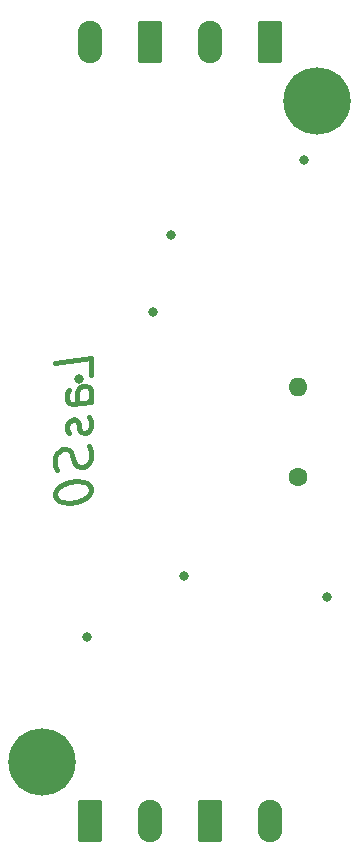
<source format=gbs>
%TF.GenerationSoftware,KiCad,Pcbnew,(5.99.0-11096-g937f5138db)*%
%TF.CreationDate,2021-07-05T20:04:54+02:00*%
%TF.ProjectId,LasS0,4c617353-302e-46b6-9963-61645f706362,v0.1*%
%TF.SameCoordinates,Original*%
%TF.FileFunction,Soldermask,Bot*%
%TF.FilePolarity,Negative*%
%FSLAX46Y46*%
G04 Gerber Fmt 4.6, Leading zero omitted, Abs format (unit mm)*
G04 Created by KiCad (PCBNEW (5.99.0-11096-g937f5138db)) date 2021-07-05 20:04:54*
%MOMM*%
%LPD*%
G01*
G04 APERTURE LIST*
G04 Aperture macros list*
%AMRoundRect*
0 Rectangle with rounded corners*
0 $1 Rounding radius*
0 $2 $3 $4 $5 $6 $7 $8 $9 X,Y pos of 4 corners*
0 Add a 4 corners polygon primitive as box body*
4,1,4,$2,$3,$4,$5,$6,$7,$8,$9,$2,$3,0*
0 Add four circle primitives for the rounded corners*
1,1,$1+$1,$2,$3*
1,1,$1+$1,$4,$5*
1,1,$1+$1,$6,$7*
1,1,$1+$1,$8,$9*
0 Add four rect primitives between the rounded corners*
20,1,$1+$1,$2,$3,$4,$5,0*
20,1,$1+$1,$4,$5,$6,$7,0*
20,1,$1+$1,$6,$7,$8,$9,0*
20,1,$1+$1,$8,$9,$2,$3,0*%
G04 Aperture macros list end*
%ADD10C,0.400000*%
%ADD11RoundRect,0.249999X0.790001X1.550001X-0.790001X1.550001X-0.790001X-1.550001X0.790001X-1.550001X0*%
%ADD12O,2.080000X3.600000*%
%ADD13C,5.700000*%
%ADD14O,1.600000X1.600000*%
%ADD15C,1.600000*%
%ADD16RoundRect,0.249999X-0.790001X-1.550001X0.790001X-1.550001X0.790001X1.550001X-0.790001X1.550001X0*%
%ADD17C,0.800000*%
G04 APERTURE END LIST*
D10*
X140977142Y-95215982D02*
X140977142Y-93787410D01*
X137977142Y-94162410D01*
X140977142Y-97501696D02*
X139405714Y-97698125D01*
X139120000Y-97590982D01*
X138977142Y-97323125D01*
X138977142Y-96751696D01*
X139120000Y-96448125D01*
X140834285Y-97519553D02*
X140977142Y-97215982D01*
X140977142Y-96501696D01*
X140834285Y-96233839D01*
X140548571Y-96126696D01*
X140262857Y-96162410D01*
X139977142Y-96340982D01*
X139834285Y-96644553D01*
X139834285Y-97358839D01*
X139691428Y-97662410D01*
X140834285Y-98805267D02*
X140977142Y-99073125D01*
X140977142Y-99644553D01*
X140834285Y-99948125D01*
X140548571Y-100126696D01*
X140405714Y-100144553D01*
X140120000Y-100037410D01*
X139977142Y-99769553D01*
X139977142Y-99340982D01*
X139834285Y-99073125D01*
X139548571Y-98965982D01*
X139405714Y-98983839D01*
X139120000Y-99162410D01*
X138977142Y-99465982D01*
X138977142Y-99894553D01*
X139120000Y-100162410D01*
X140834285Y-101233839D02*
X140977142Y-101644553D01*
X140977142Y-102358839D01*
X140834285Y-102662410D01*
X140691428Y-102823125D01*
X140405714Y-103001696D01*
X140120000Y-103037410D01*
X139834285Y-102930267D01*
X139691428Y-102805267D01*
X139548571Y-102537410D01*
X139405714Y-101983839D01*
X139262857Y-101715982D01*
X139120000Y-101590982D01*
X138834285Y-101483839D01*
X138548571Y-101519553D01*
X138262857Y-101698125D01*
X138120000Y-101858839D01*
X137977142Y-102162410D01*
X137977142Y-102876696D01*
X138120000Y-103287410D01*
X137977142Y-105162410D02*
X137977142Y-105448125D01*
X138120000Y-105715982D01*
X138262857Y-105840982D01*
X138548571Y-105948125D01*
X139120000Y-106019553D01*
X139834285Y-105930267D01*
X140405714Y-105715982D01*
X140691428Y-105537410D01*
X140834285Y-105376696D01*
X140977142Y-105073125D01*
X140977142Y-104787410D01*
X140834285Y-104519553D01*
X140691428Y-104394553D01*
X140405714Y-104287410D01*
X139834285Y-104215982D01*
X139120000Y-104305267D01*
X138548571Y-104519553D01*
X138262857Y-104698125D01*
X138120000Y-104858839D01*
X137977142Y-105162410D01*
D11*
%TO.C,J3*%
X145970000Y-66990000D03*
D12*
X140890000Y-66990000D03*
%TD*%
D13*
%TO.C,H2*%
X136860000Y-127990000D03*
%TD*%
D11*
%TO.C,J4*%
X156130000Y-66990000D03*
D12*
X151050000Y-66990000D03*
%TD*%
D14*
%TO.C,LOGO1*%
X158544800Y-96215400D03*
D15*
X158544800Y-103835400D03*
%TD*%
D16*
%TO.C,J1*%
X140890000Y-132990000D03*
D12*
X145970000Y-132990000D03*
%TD*%
D16*
%TO.C,J2*%
X151050000Y-132990000D03*
D12*
X156130000Y-132990000D03*
%TD*%
D13*
%TO.C,H1*%
X160160000Y-72000000D03*
%TD*%
D17*
X146224000Y-89840000D03*
X160956000Y-113970000D03*
X159006000Y-77040000D03*
X140636000Y-117399000D03*
X147748000Y-83363000D03*
X148891000Y-112192000D03*
X139956000Y-95582000D03*
M02*

</source>
